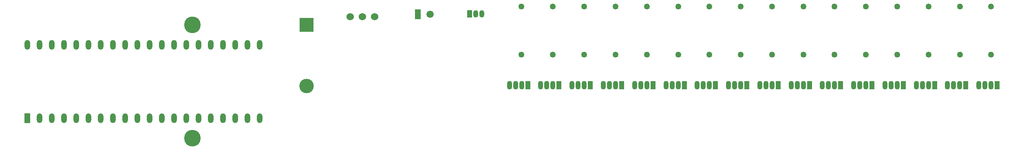
<source format=gbr>
G04 #@! TF.GenerationSoftware,KiCad,Pcbnew,(5.1.12)-1*
G04 #@! TF.CreationDate,2022-05-10T22:26:18-07:00*
G04 #@! TF.ProjectId,Spring2022,53707269-6e67-4323-9032-322e6b696361,rev?*
G04 #@! TF.SameCoordinates,PX3a2c940PY3fe56c0*
G04 #@! TF.FileFunction,Soldermask,Top*
G04 #@! TF.FilePolarity,Negative*
%FSLAX46Y46*%
G04 Gerber Fmt 4.6, Leading zero omitted, Abs format (unit mm)*
G04 Created by KiCad (PCBNEW (5.1.12)-1) date 2022-05-10 22:26:18*
%MOMM*%
%LPD*%
G01*
G04 APERTURE LIST*
%ADD10R,1.070000X1.500000*%
%ADD11O,1.070000X1.500000*%
%ADD12C,1.524000*%
%ADD13C,1.500000*%
%ADD14R,1.200000X2.000000*%
%ADD15C,1.250000*%
%ADD16C,3.450000*%
%ADD17C,3.000000*%
%ADD18R,3.000000X3.000000*%
%ADD19O,1.200000X2.000000*%
%ADD20R,1.070000X1.800000*%
%ADD21O,1.070000X1.800000*%
G04 APERTURE END LIST*
D10*
G04 #@! TO.C,U10*
X93716000Y33744000D03*
D11*
X96256000Y33744000D03*
X94986000Y33744000D03*
G04 #@! TD*
D12*
G04 #@! TO.C,U8*
X74040000Y33100000D03*
X68960000Y33100000D03*
X71500000Y33100000D03*
G04 #@! TD*
D13*
G04 #@! TO.C,LED11*
X85570000Y33600000D03*
D14*
X83030000Y33600000D03*
G04 #@! TD*
D15*
G04 #@! TO.C,R16*
X104539200Y25216000D03*
X104539200Y35216000D03*
G04 #@! TD*
G04 #@! TO.C,R15*
X111067000Y25216000D03*
X111067000Y35216000D03*
G04 #@! TD*
G04 #@! TO.C,R14*
X117544000Y25216000D03*
X117544000Y35216000D03*
G04 #@! TD*
G04 #@! TO.C,R13*
X124046400Y25216000D03*
X124046400Y35216000D03*
G04 #@! TD*
G04 #@! TO.C,R12*
X130574200Y25216000D03*
X130574200Y35216000D03*
G04 #@! TD*
G04 #@! TO.C,R11*
X137076600Y25216000D03*
X137076600Y35216000D03*
G04 #@! TD*
G04 #@! TO.C,R10*
X143579000Y25216000D03*
X143579000Y35216000D03*
G04 #@! TD*
G04 #@! TO.C,R9*
X150081400Y25216000D03*
X150081400Y35216000D03*
G04 #@! TD*
G04 #@! TO.C,R8*
X156558400Y25216000D03*
X156558400Y35216000D03*
G04 #@! TD*
G04 #@! TO.C,R7*
X163060800Y25216000D03*
X163060800Y35216000D03*
G04 #@! TD*
G04 #@! TO.C,R6*
X169563200Y25216000D03*
X169563200Y35216000D03*
G04 #@! TD*
G04 #@! TO.C,R5*
X176040200Y25216000D03*
X176040200Y35216000D03*
G04 #@! TD*
G04 #@! TO.C,R4*
X182568000Y25216000D03*
X182568000Y35216000D03*
G04 #@! TD*
G04 #@! TO.C,R3*
X189070400Y25216000D03*
X189070400Y35216000D03*
G04 #@! TD*
G04 #@! TO.C,R2*
X195572800Y25216000D03*
X195572800Y35216000D03*
G04 #@! TD*
G04 #@! TO.C,R1*
X202075200Y25216000D03*
X202075200Y35216000D03*
G04 #@! TD*
D16*
G04 #@! TO.C,BT1*
X36180000Y7900000D03*
X36180000Y31400000D03*
D17*
X59900000Y18700000D03*
D18*
X59900000Y31400000D03*
G04 #@! TD*
D19*
G04 #@! TO.C,U1*
X50142000Y12010000D03*
X50142000Y27250000D03*
X47602000Y12010000D03*
X47602000Y27250000D03*
X45062000Y12010000D03*
X45062000Y27250000D03*
X42522000Y12010000D03*
X42522000Y27250000D03*
X39982000Y12010000D03*
X39982000Y27250000D03*
X37442000Y12010000D03*
X37442000Y27250000D03*
X34902000Y12010000D03*
X34902000Y27250000D03*
X32362000Y12010000D03*
X32362000Y27250000D03*
X29822000Y12010000D03*
X29822000Y27250000D03*
X27282000Y12010000D03*
X27282000Y27250000D03*
X24742000Y12010000D03*
X24742000Y27250000D03*
X22202000Y12010000D03*
X22202000Y27250000D03*
X19662000Y12010000D03*
X19662000Y27250000D03*
X17122000Y12010000D03*
X17122000Y27250000D03*
X14582000Y12010000D03*
X14582000Y27250000D03*
X12042000Y12010000D03*
X12042000Y27250000D03*
X9502000Y12010000D03*
X9502000Y27250000D03*
X6962000Y12010000D03*
X6962000Y27250000D03*
X4422000Y12010000D03*
X4422000Y27250000D03*
D14*
X1882000Y12010000D03*
D19*
X1882000Y27250000D03*
G04 #@! TD*
D20*
G04 #@! TO.C,D16*
X105830000Y18900000D03*
D21*
X104560000Y18900000D03*
X103290000Y18900000D03*
X102020000Y18900000D03*
G04 #@! TD*
D20*
G04 #@! TO.C,D15*
X112330000Y18900000D03*
D21*
X111060000Y18900000D03*
X109790000Y18900000D03*
X108520000Y18900000D03*
G04 #@! TD*
D20*
G04 #@! TO.C,D14*
X118830000Y18900000D03*
D21*
X117560000Y18900000D03*
X116290000Y18900000D03*
X115020000Y18900000D03*
G04 #@! TD*
D20*
G04 #@! TO.C,D13*
X125330000Y18900000D03*
D21*
X124060000Y18900000D03*
X122790000Y18900000D03*
X121520000Y18900000D03*
G04 #@! TD*
D20*
G04 #@! TO.C,D12*
X131830000Y18900000D03*
D21*
X130560000Y18900000D03*
X129290000Y18900000D03*
X128020000Y18900000D03*
G04 #@! TD*
D20*
G04 #@! TO.C,D11*
X138330000Y18900000D03*
D21*
X137060000Y18900000D03*
X135790000Y18900000D03*
X134520000Y18900000D03*
G04 #@! TD*
D20*
G04 #@! TO.C,D10*
X144830000Y18900000D03*
D21*
X143560000Y18900000D03*
X142290000Y18900000D03*
X141020000Y18900000D03*
G04 #@! TD*
D20*
G04 #@! TO.C,D9*
X151330000Y18900000D03*
D21*
X150060000Y18900000D03*
X148790000Y18900000D03*
X147520000Y18900000D03*
G04 #@! TD*
D20*
G04 #@! TO.C,D8*
X157830000Y18900000D03*
D21*
X156560000Y18900000D03*
X155290000Y18900000D03*
X154020000Y18900000D03*
G04 #@! TD*
D20*
G04 #@! TO.C,D7*
X164330000Y18900000D03*
D21*
X163060000Y18900000D03*
X161790000Y18900000D03*
X160520000Y18900000D03*
G04 #@! TD*
D20*
G04 #@! TO.C,D6*
X170830000Y18900000D03*
D21*
X169560000Y18900000D03*
X168290000Y18900000D03*
X167020000Y18900000D03*
G04 #@! TD*
D20*
G04 #@! TO.C,D5*
X177330000Y18900000D03*
D21*
X176060000Y18900000D03*
X174790000Y18900000D03*
X173520000Y18900000D03*
G04 #@! TD*
D20*
G04 #@! TO.C,D4*
X183830000Y18900000D03*
D21*
X182560000Y18900000D03*
X181290000Y18900000D03*
X180020000Y18900000D03*
G04 #@! TD*
D20*
G04 #@! TO.C,D3*
X190330000Y18900000D03*
D21*
X189060000Y18900000D03*
X187790000Y18900000D03*
X186520000Y18900000D03*
G04 #@! TD*
D20*
G04 #@! TO.C,D2*
X196830000Y18900000D03*
D21*
X195560000Y18900000D03*
X194290000Y18900000D03*
X193020000Y18900000D03*
G04 #@! TD*
D20*
G04 #@! TO.C,D1*
X203330000Y18900000D03*
D21*
X202060000Y18900000D03*
X200790000Y18900000D03*
X199520000Y18900000D03*
G04 #@! TD*
M02*

</source>
